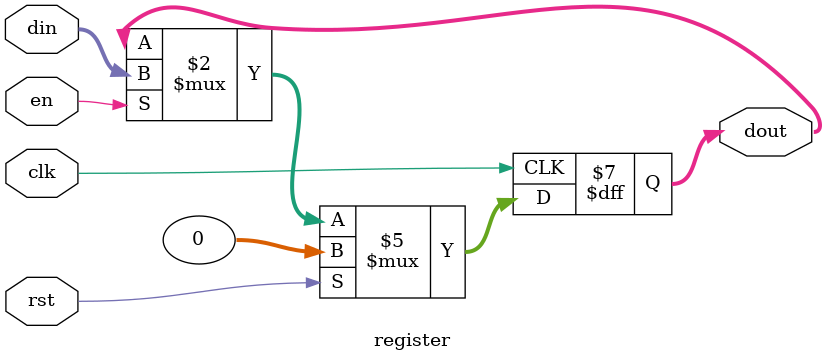
<source format=v>

`timescale 1ns/1ns
module register
    #(parameter N=32)
    (input clk,
    input rst,
    input en,
    input [N-1:0] din,
    output reg [N-1:0] dout);
    
always @(posedge clk)
    if (rst)
        dout <= 0;
    else
        begin
        if (en)
            dout <= din;
        end
endmodule


</source>
